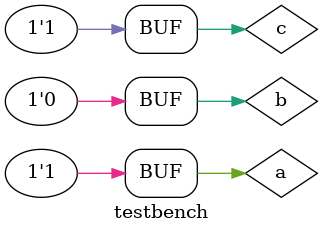
<source format=v>
`include "andgatenor.v"
module testbench;
    reg a, b, c;
    wire out;
    andgateusingnor and_8(out, a, b, c);
    initial begin
        a = 1'b0;
        b = 1'b1;
        c = 1'b0;
        #5;
        a = 1'b1;
        b = 1'b1;
        c = 1'b1;
        #5;
        a = 1'b1;
        b = 1'b0;
        c = 1'b1;
    end
    initial
        $monitor($time, " : a=%b b=%b c=%b out=%b", a, b, c, out);
endmodule
</source>
